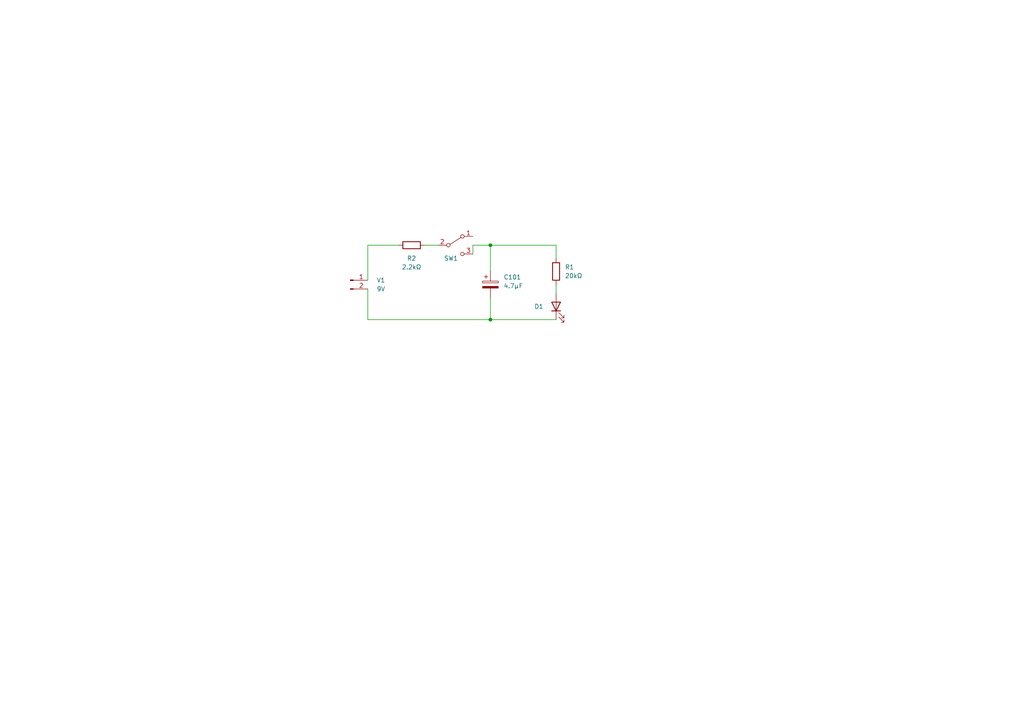
<source format=kicad_sch>
(kicad_sch (version 20211123) (generator eeschema)
  (paper "A4")
  (lib_symbols
    (symbol "Connector:Conn_01x02_Male" (pin_names (offset 1.016) hide)
      (property "Reference" "J" (at 0 2.54 0))
      (property "Value" "Conn_01x02_Male" (at 0 -5.08 0))
      (symbol "Conn_01x02_Male_1_1"
        (polyline (pts (xy 1.27 -2.54) (xy 0.8636 -2.54)) (stroke (width 0.1524)))
        (polyline (pts (xy 1.27 0) (xy 0.8636 0)) (stroke (width 0.1524)))
        (rectangle (start 0.8636 -2.413) (end 0 -2.667) (stroke (width 0.1524)) (fill (type outline)))
        (rectangle (start 0.8636 0.127) (end 0 -0.127) (stroke (width 0.1524)) (fill (type outline)))
        (pin passive line (at 5.08 0 180) (length 3.81) (name "Pin_1") (number "1"))
        (pin passive line (at 5.08 -2.54 180) (length 3.81) (name "Pin_2") (number "2"))
      )
    )
    (symbol "Device:C_Polarized" (pin_numbers hide) (pin_names (offset 0.254))
      (property "Reference" "C" (at 0.635 2.54 0))
      (property "Value" "C_Polarized" (at 0.635 -2.54 0))
      (symbol "C_Polarized_0_1"
        (rectangle (start -2.286 0.508) (end 2.286 1.016))
        (polyline (pts (xy -1.778 2.286) (xy -0.762 2.286)))
        (polyline (pts (xy -1.27 2.794) (xy -1.27 1.778)))
        (rectangle (start 2.286 -0.508) (end -2.286 -1.016) (fill (type outline)))
      )
      (symbol "C_Polarized_1_1"
        (pin passive line (at 0 3.81 270) (length 2.794) (name "~") (number "1"))
        (pin passive line (at 0 -3.81 90) (length 2.794) (name "~") (number "2"))
      )
    )
    (symbol "Device:LED" (pin_numbers hide) (pin_names (offset 1.016) hide)
      (property "Reference" "D" (at 0 2.54 0))
      (property "Value" "LED" (at 0 -2.54 0))
      (symbol "LED_0_1"
        (polyline (pts (xy -1.27 -1.27) (xy -1.27 1.27)) (stroke (width 0.254)))
        (polyline (pts (xy -1.27 0) (xy 1.27 0)))
        (polyline (pts (xy 1.27 -1.27) (xy 1.27 1.27) (xy -1.27 0) (xy 1.27 -1.27)) (stroke (width 0.254)))
        (polyline (pts (xy -3.048 -0.762) (xy -4.572 -2.286) (xy -3.81 -2.286) (xy -4.572 -2.286) (xy -4.572 -1.524)))
        (polyline (pts (xy -1.778 -0.762) (xy -3.302 -2.286) (xy -2.54 -2.286) (xy -3.302 -2.286) (xy -3.302 -1.524)))
      )
      (symbol "LED_1_1"
        (pin passive line (at -3.81 0 0) (length 2.54) (name "K") (number "1"))
        (pin passive line (at 3.81 0 180) (length 2.54) (name "A") (number "2"))
      )
    )
    (symbol "Device:R" (pin_numbers hide) (pin_names (offset 0))
      (property "Reference" "R" (at 2.032 0 90))
      (property "Value" "R" (at 0 0 90))
      (symbol "R_0_1"
        (rectangle (start -1.016 -2.54) (end 1.016 2.54) (stroke (width 0.254)))
      )
      (symbol "R_1_1"
        (pin passive line (at 0 3.81 270) (length 1.27) (name "~") (number "1"))
        (pin passive line (at 0 -3.81 90) (length 1.27) (name "~") (number "2"))
      )
    )
    (symbol "Switch:SW_SPDT" (pin_names (offset 0) hide)
      (property "Reference" "SW" (at 0 4.318 0))
      (property "Value" "SW_SPDT" (at 0 -5.08 0))
      (symbol "SW_SPDT_0_0"
        (circle (center -2.032 0) (radius 0.508))
        (circle (center 2.032 -2.54) (radius 0.508))
      )
      (symbol "SW_SPDT_0_1"
        (polyline (pts (xy -1.524 0.254) (xy 1.651 2.286)))
        (circle (center 2.032 2.54) (radius 0.508))
      )
      (symbol "SW_SPDT_1_1"
        (pin passive line (at 5.08 2.54 180) (length 2.54) (name "A") (number "1"))
        (pin passive line (at -5.08 0 0) (length 2.54) (name "B") (number "2"))
        (pin passive line (at 5.08 -2.54 180) (length 2.54) (name "C") (number "3"))
      )
    )
  )
  (junction (at 142.24 92.71))
  (junction (at 142.24 71.12))
  (wire (pts (xy 123.19 71.12) (xy 127 71.12)))
  (wire (pts (xy 106.68 92.71) (xy 142.24 92.71)))
  (wire (pts (xy 142.24 78.74) (xy 142.24 71.12)))
  (wire (pts (xy 106.68 83.82) (xy 106.68 92.71)))
  (wire (pts (xy 137.16 71.12) (xy 142.24 71.12)))
  (wire (pts (xy 161.29 71.12) (xy 142.24 71.12)))
  (wire (pts (xy 161.29 82.55) (xy 161.29 85.09)))
  (wire (pts (xy 106.68 81.28) (xy 106.68 71.12)))
  (wire (pts (xy 137.16 73.66) (xy 137.16 71.12)))
  (wire (pts (xy 142.24 92.71) (xy 161.29 92.71)))
  (wire (pts (xy 142.24 86.36) (xy 142.24 92.71)))
  (wire (pts (xy 106.68 71.12) (xy 115.57 71.12)))
  (wire (pts (xy 161.29 74.93) (xy 161.29 71.12)))
  (symbol (lib_id "Device:R") (at 119.38 71.12 270) (unit 1)
    (property "Reference" "R2" (at 119.38 74.93 90))
    (property "Value" "2.2kΩ" (at 119.38 77.47 90))
  )
  (symbol (lib_id "Device:C_Polarized") (at 142.24 82.55 0) (unit 1)
    (property "Reference" "C101" (at 146.05 80.3909 0) (effects (justify left)))
    (property "Value" "4.7μF" (at 146.05 82.9309 0) (effects (justify left)))
  )
  (symbol (lib_id "Connector:Conn_01x02_Male") (at 101.6 81.28 0) (unit 1)
    (property "Reference" "V1" (at 110.49 81.28 0))
    (property "Value" "9V" (at 110.49 83.82 0))
  )
  (symbol (lib_id "Device:R") (at 161.29 78.74 180) (unit 1)
    (property "Reference" "R1" (at 163.83 77.4699 0) (effects (justify right)))
    (property "Value" "20kΩ" (at 163.83 80.0099 0) (effects (justify right)))
  )
  (symbol (lib_id "Device:LED") (at 161.29 88.9 90) (unit 1)
    (property "Reference" "D1" (at 154.94 88.9 90) (effects (justify right)))
    (property "Value" "LED" (effects hide))
  )
  (symbol (lib_id "Switch:SW_SPDT") (at 132.08 71.12 0) (unit 1)
    (property "Reference" "SW1" (at 130.81 74.93 0))
    (property "Value" "SW_SPDT" (effects hide))
  )
)
</source>
